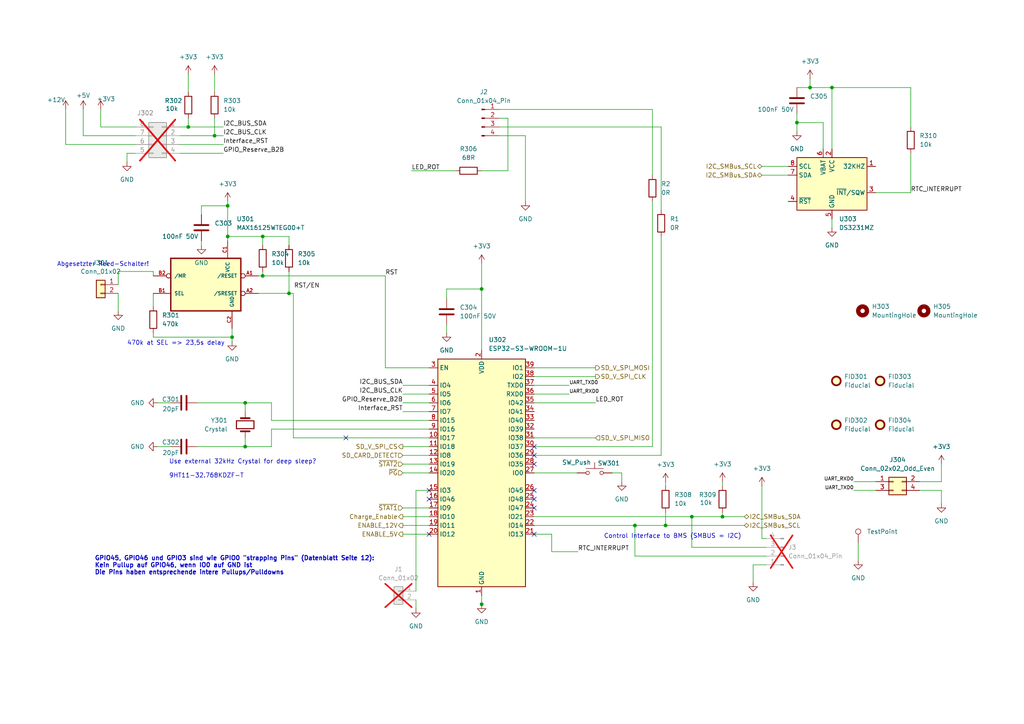
<source format=kicad_sch>
(kicad_sch (version 20250114) (generator "eeschema") (generator_version "9.0")
  (paper "A4")
  (title_block (date "2022-01-24"))
  (lib_symbols
    (symbol "Connector:Conn_01x04_Pin" (pin_names (offset 1.016) (hide yes))
      (property "Reference" "J" (at 0 5.08 0))
      (property "Value" "Conn_01x04_Pin" (at 0 -7.62 0))
      (symbol "Conn_01x04_Pin_1_1"
        (rectangle (start 0.8636 2.667) (end 0 2.413) (stroke (width 0.1524)) (fill (type outline)))
        (rectangle (start 0.8636 0.127) (end 0 -0.127) (stroke (width 0.1524)) (fill (type outline)))
        (rectangle (start 0.8636 -2.413) (end 0 -2.667) (stroke (width 0.1524)) (fill (type outline)))
        (rectangle (start 0.8636 -4.953) (end 0 -5.207) (stroke (width 0.1524)) (fill (type outline)))
        (polyline (pts (xy 1.27 2.54) (xy 0.8636 2.54)) (stroke (width 0.1524)))
        (polyline (pts (xy 1.27 0) (xy 0.8636 0)) (stroke (width 0.1524)))
        (polyline (pts (xy 1.27 -2.54) (xy 0.8636 -2.54)) (stroke (width 0.1524)))
        (polyline (pts (xy 1.27 -5.08) (xy 0.8636 -5.08)) (stroke (width 0.1524)))
        (pin passive line (at 5.08 2.54 180) (length 3.81) (name "Pin_1") (number "1"))
        (pin passive line (at 5.08 0 180) (length 3.81) (name "Pin_2") (number "2"))
        (pin passive line (at 5.08 -2.54 180) (length 3.81) (name "Pin_3") (number "3"))
        (pin passive line (at 5.08 -5.08 180) (length 3.81) (name "Pin_4") (number "4"))
      )
    )
    (symbol "Connector:TestPoint" (pin_numbers (hide yes)) (pin_names (offset 0.762) (hide yes))
      (property "Reference" "TP" (at 0 6.858 0))
      (property "Value" "TestPoint" (at 0 5.08 0))
      (symbol "TestPoint_0_1"
        (circle (center 0 3.302) (radius 0.762))
      )
      (symbol "TestPoint_1_1"
        (pin passive line (at 0 0 90) (length 2.54) (name "1") (number "1"))
      )
    )
    (symbol "Connector_Generic:Conn_01x02" (pin_names (offset 1.016) (hide yes))
      (property "Reference" "J" (at 0 2.54 0))
      (property "Value" "Conn_01x02" (at 0 -5.08 0))
      (symbol "Conn_01x02_1_1"
        (rectangle (start -1.27 1.27) (end 1.27 -3.81) (stroke (width 0.254)) (fill (type background)))
        (rectangle (start -1.27 0.127) (end 0 -0.127) (stroke (width 0.1524)))
        (rectangle (start -1.27 -2.413) (end 0 -2.667) (stroke (width 0.1524)))
        (pin passive line (at -5.08 0 0) (length 3.81) (name "Pin_1") (number "1"))
        (pin passive line (at -5.08 -2.54 0) (length 3.81) (name "Pin_2") (number "2"))
      )
    )
    (symbol "Connector_Generic:Conn_02x02_Odd_Even" (pin_names (offset 1.016) (hide yes))
      (property "Reference" "J" (at 1.27 2.54 0))
      (property "Value" "Conn_02x02_Odd_Even" (at 1.27 -5.08 0))
      (symbol "Conn_02x02_Odd_Even_1_1"
        (rectangle (start -1.27 1.27) (end 3.81 -3.81) (stroke (width 0.254)) (fill (type background)))
        (rectangle (start -1.27 0.127) (end 0 -0.127) (stroke (width 0.1524)))
        (rectangle (start -1.27 -2.413) (end 0 -2.667) (stroke (width 0.1524)))
        (rectangle (start 3.81 0.127) (end 2.54 -0.127) (stroke (width 0.1524)))
        (rectangle (start 3.81 -2.413) (end 2.54 -2.667) (stroke (width 0.1524)))
        (pin passive line (at -5.08 0 0) (length 3.81) (name "Pin_1") (number "1"))
        (pin passive line (at -5.08 -2.54 0) (length 3.81) (name "Pin_3") (number "3"))
        (pin passive line (at 7.62 0 180) (length 3.81) (name "Pin_2") (number "2"))
        (pin passive line (at 7.62 -2.54 180) (length 3.81) (name "Pin_4") (number "4"))
      )
    )
    (symbol "Connector_Generic:Conn_02x04_Counter_Clockwise" (pin_names (offset 1.016) (hide yes))
      (property "Reference" "J" (at 1.27 5.08 0))
      (property "Value" "Conn_02x04_Counter_Clockwise" (at 1.27 -7.62 0))
      (symbol "Conn_02x04_Counter_Clockwise_1_1"
        (rectangle (start -1.27 3.81) (end 3.81 -6.35) (stroke (width 0.254)) (fill (type background)))
        (rectangle (start -1.27 2.667) (end 0 2.413) (stroke (width 0.1524)))
        (rectangle (start -1.27 0.127) (end 0 -0.127) (stroke (width 0.1524)))
        (rectangle (start -1.27 -2.413) (end 0 -2.667) (stroke (width 0.1524)))
        (rectangle (start -1.27 -4.953) (end 0 -5.207) (stroke (width 0.1524)))
        (rectangle (start 3.81 2.667) (end 2.54 2.413) (stroke (width 0.1524)))
        (rectangle (start 3.81 0.127) (end 2.54 -0.127) (stroke (width 0.1524)))
        (rectangle (start 3.81 -2.413) (end 2.54 -2.667) (stroke (width 0.1524)))
        (rectangle (start 3.81 -4.953) (end 2.54 -5.207) (stroke (width 0.1524)))
        (pin passive line (at -5.08 2.54 0) (length 3.81) (name "Pin_1") (number "1"))
        (pin passive line (at -5.08 0 0) (length 3.81) (name "Pin_2") (number "2"))
        (pin passive line (at -5.08 -2.54 0) (length 3.81) (name "Pin_3") (number "3"))
        (pin passive line (at -5.08 -5.08 0) (length 3.81) (name "Pin_4") (number "4"))
        (pin passive line (at 7.62 2.54 180) (length 3.81) (name "Pin_8") (number "8"))
        (pin passive line (at 7.62 0 180) (length 3.81) (name "Pin_7") (number "7"))
        (pin passive line (at 7.62 -2.54 180) (length 3.81) (name "Pin_6") (number "6"))
        (pin passive line (at 7.62 -5.08 180) (length 3.81) (name "Pin_5") (number "5"))
      )
    )
    (symbol "Device:C" (pin_numbers (hide yes)) (pin_names (offset 0.254))
      (property "Reference" "C" (at 0.635 2.54 0))
      (property "Value" "C" (at 0.635 -2.54 0))
      (symbol "C_0_1"
        (polyline (pts (xy -2.032 0.762) (xy 2.032 0.762)) (stroke (width 0.508)))
        (polyline (pts (xy -2.032 -0.762) (xy 2.032 -0.762)) (stroke (width 0.508)))
      )
      (symbol "C_1_1"
        (pin passive line (at 0 3.81 270) (length 2.794) (name "~") (number "1"))
        (pin passive line (at 0 -3.81 90) (length 2.794) (name "~") (number "2"))
      )
    )
    (symbol "Device:Crystal" (pin_numbers (hide yes)) (pin_names (offset 1.016) (hide yes))
      (property "Reference" "Y" (at 0 3.81 0))
      (property "Value" "Crystal" (at 0 -3.81 0))
      (symbol "Crystal_0_1"
        (polyline (pts (xy -2.54 0) (xy -1.905 0)))
        (polyline (pts (xy -1.905 -1.27) (xy -1.905 1.27)) (stroke (width 0.508)))
        (rectangle (start -1.143 2.54) (end 1.143 -2.54) (stroke (width 0.3048)))
        (polyline (pts (xy 1.905 -1.27) (xy 1.905 1.27)) (stroke (width 0.508)))
        (polyline (pts (xy 2.54 0) (xy 1.905 0)))
      )
      (symbol "Crystal_1_1"
        (pin passive line (at -3.81 0 0) (length 1.27) (name "1") (number "1"))
        (pin passive line (at 3.81 0 180) (length 1.27) (name "2") (number "2"))
      )
    )
    (symbol "Device:R" (pin_numbers (hide yes)) (pin_names (offset 0))
      (property "Reference" "R" (at 2.032 0 90))
      (property "Value" "R" (at 0 0 90))
      (symbol "R_0_1"
        (rectangle (start -1.016 -2.54) (end 1.016 2.54) (stroke (width 0.254)))
      )
      (symbol "R_1_1"
        (pin passive line (at 0 3.81 270) (length 1.27) (name "~") (number "1"))
        (pin passive line (at 0 -3.81 90) (length 1.27) (name "~") (number "2"))
      )
    )
    (symbol "HER_Symbole:ESP32-S3-WROOM-1U"
      (property "Reference" "U" (at -12.7 34.29 0))
      (property "Value" "ESP32-S3-WROOM-1U" (at 1.27 34.29 0))
      (symbol "ESP32-S3-WROOM-1U_0_1"
        (rectangle (start -12.7 33.02) (end 12.7 -33.02) (stroke (width 0.254)) (fill (type background)))
      )
      (symbol "ESP32-S3-WROOM-1U_1_1"
        (pin input line (at -15.24 30.48 0) (length 2.54) (name "EN") (number "3"))
        (pin bidirectional line (at -15.24 25.4 0) (length 2.54) (name "IO4") (number "4"))
        (pin bidirectional line (at -15.24 22.86 0) (length 2.54) (name "IO5") (number "5"))
        (pin bidirectional line (at -15.24 20.32 0) (length 2.54) (name "IO6") (number "6"))
        (pin bidirectional line (at -15.24 17.78 0) (length 2.54) (name "IO7") (number "7"))
        (pin bidirectional line (at -15.24 15.24 0) (length 2.54) (name "IO15") (number "8"))
        (pin bidirectional line (at -15.24 12.7 0) (length 2.54) (name "IO16") (number "9"))
        (pin bidirectional line (at -15.24 10.16 0) (length 2.54) (name "IO17") (number "10"))
        (pin bidirectional line (at -15.24 7.62 0) (length 2.54) (name "IO18") (number "11"))
        (pin bidirectional line (at -15.24 5.08 0) (length 2.54) (name "IO8") (number "12"))
        (pin bidirectional line (at -15.24 2.54 0) (length 2.54) (name "IO19") (number "13"))
        (pin bidirectional line (at -15.24 0 0) (length 2.54) (name "IO20") (number "14"))
        (pin bidirectional line (at -15.24 -5.08 0) (length 2.54) (name "IO3") (number "15"))
        (pin bidirectional line (at -15.24 -7.62 0) (length 2.54) (name "IO46") (number "16"))
        (pin bidirectional line (at -15.24 -10.16 0) (length 2.54) (name "IO9") (number "17"))
        (pin bidirectional line (at -15.24 -12.7 0) (length 2.54) (name "IO10") (number "18"))
        (pin bidirectional line (at -15.24 -15.24 0) (length 2.54) (name "IO11") (number "19"))
        (pin bidirectional line (at -15.24 -17.78 0) (length 2.54) (name "IO12") (number "20"))
        (pin power_in line (at 0 35.56 270) (length 2.54) (name "VDD") (number "2"))
        (pin power_in line (at 0 -35.56 90) (length 2.54) (name "GND") (number "1"))
        (pin passive line (at 0 -35.56 90) (length 2.54) (hide yes) (name "GND") (number "40"))
        (pin passive line (at 0 -35.56 90) (length 2.54) (hide yes) (name "GND") (number "EPAD"))
        (pin bidirectional line (at 15.24 30.48 180) (length 2.54) (name "IO1") (number "39"))
        (pin bidirectional line (at 15.24 27.94 180) (length 2.54) (name "IO2") (number "38"))
        (pin bidirectional line (at 15.24 25.4 180) (length 2.54) (name "TXD0") (number "37"))
        (pin bidirectional line (at 15.24 22.86 180) (length 2.54) (name "RXD0") (number "36"))
        (pin bidirectional line (at 15.24 20.32 180) (length 2.54) (name "IO42") (number "35"))
        (pin bidirectional line (at 15.24 17.78 180) (length 2.54) (name "IO41") (number "34"))
        (pin bidirectional line (at 15.24 15.24 180) (length 2.54) (name "IO40") (number "33"))
        (pin bidirectional line (at 15.24 12.7 180) (length 2.54) (name "IO39") (number "32"))
        (pin bidirectional line (at 15.24 10.16 180) (length 2.54) (name "IO38") (number "31"))
        (pin bidirectional line (at 15.24 7.62 180) (length 2.54) (name "IO37") (number "30"))
        (pin bidirectional line (at 15.24 5.08 180) (length 2.54) (name "IO36") (number "29"))
        (pin bidirectional line (at 15.24 2.54 180) (length 2.54) (name "IO35") (number "28"))
        (pin bidirectional line (at 15.24 0 180) (length 2.54) (name "IO0") (number "27"))
        (pin bidirectional line (at 15.24 -5.08 180) (length 2.54) (name "IO45") (number "26"))
        (pin bidirectional line (at 15.24 -7.62 180) (length 2.54) (name "IO48") (number "25"))
        (pin bidirectional line (at 15.24 -10.16 180) (length 2.54) (name "IO47") (number "24"))
        (pin bidirectional line (at 15.24 -12.7 180) (length 2.54) (name "IO21") (number "23"))
        (pin bidirectional line (at 15.24 -15.24 180) (length 2.54) (name "IO14") (number "22"))
        (pin bidirectional line (at 15.24 -17.78 180) (length 2.54) (name "IO13") (number "21"))
      )
    )
    (symbol "MAX6071ANT25_T:MAX16124/5" (pin_names (offset 1.016))
      (property "Reference" "U?" (at 9.4997 17.78 0))
      (property "Value" "MAX16124/5" (at 9.4997 15.24 0))
      (symbol "MAX16124/5_0_0"
        (rectangle (start -10.16 -7.62) (end 10.16 7.62) (stroke (width 0.41)) (fill (type background)))
        (pin input inverted (at -15.24 2.54 0) (length 5.08) (name "/MR") (number "B2"))
        (pin input line (at -15.24 -2.54 0) (length 5.08) (name "SEL") (number "B1"))
        (pin power_in line (at 6.35 12.7 270) (length 5.08) (name "VCC") (number "C1"))
        (pin power_in line (at 7.62 -12.7 90) (length 5.08) (name "GND") (number "C2"))
        (pin output inverted (at 15.24 2.54 180) (length 5.08) (name "/RESET") (number "A1"))
        (pin output inverted (at 15.24 -2.54 180) (length 5.08) (name "/SRESET") (number "A2"))
      )
    )
    (symbol "Mechanical:Fiducial"
      (property "Reference" "FID" (at 0 5.08 0))
      (property "Value" "Fiducial" (at 0 3.175 0))
      (symbol "Fiducial_0_1"
        (circle (center 0 0) (radius 1.27) (stroke (width 0.508)) (fill (type background)))
      )
    )
    (symbol "Mechanical:MountingHole" (pin_names (offset 1.016))
      (property "Reference" "H" (at 0 5.08 0))
      (property "Value" "MountingHole" (at 0 3.175 0))
      (symbol "MountingHole_0_1"
        (circle (center 0 0) (radius 1.27) (stroke (width 1.27)))
      )
    )
    (symbol "Switch:SW_Push" (pin_numbers (hide yes)) (pin_names (offset 1.016) (hide yes))
      (property "Reference" "SW" (at 1.27 2.54 0))
      (property "Value" "SW_Push" (at 0 -1.524 0))
      (symbol "SW_Push_0_1"
        (circle (center -2.032 0) (radius 0.508))
        (polyline (pts (xy 0 1.27) (xy 0 3.048)))
        (circle (center 2.032 0) (radius 0.508))
        (polyline (pts (xy 2.54 1.27) (xy -2.54 1.27)))
        (pin passive line (at -5.08 0 0) (length 2.54) (name "1") (number "1"))
        (pin passive line (at 5.08 0 180) (length 2.54) (name "2") (number "2"))
      )
    )
    (symbol "Timer_RTC:DS3231MZ"
      (property "Reference" "U" (at -7.62 8.89 0))
      (property "Value" "DS3231MZ" (at 11.43 8.89 0))
      (symbol "DS3231MZ_0_1"
        (rectangle (start -10.16 7.62) (end 10.16 -7.62) (stroke (width 0.254)) (fill (type background)))
      )
      (symbol "DS3231MZ_1_1"
        (pin input line (at -12.7 5.08 0) (length 2.54) (name "SCL") (number "8"))
        (pin bidirectional line (at -12.7 2.54 0) (length 2.54) (name "SDA") (number "7"))
        (pin bidirectional line (at -12.7 -5.08 0) (length 2.54) (name "~{RST}") (number "4"))
        (pin power_in line (at -2.54 10.16 270) (length 2.54) (name "VBAT") (number "6"))
        (pin power_in line (at 0 10.16 270) (length 2.54) (name "VCC") (number "2"))
        (pin power_in line (at 0 -10.16 90) (length 2.54) (name "GND") (number "5"))
        (pin open_collector line (at 12.7 5.08 180) (length 2.54) (name "32KHZ") (number "1"))
        (pin open_collector line (at 12.7 -2.54 180) (length 2.54) (name "~{INT}/SQW") (number "3"))
      )
    )
    (symbol "power:+12V" (power) (pin_names (offset 0))
      (property "Value" "+12V" (at 0 3.556 0))
      (symbol "+12V_0_1"
        (polyline (pts (xy -0.762 1.27) (xy 0 2.54)))
        (polyline (pts (xy 0 2.54) (xy 0.762 1.27)))
        (polyline (pts (xy 0 0) (xy 0 2.54)))
      )
      (symbol "+12V_1_1"
        (pin power_in line (at 0 0 90) (length 0) (hide yes) (name "+12V") (number "1"))
      )
    )
    (symbol "power:+3.3V" (power) (pin_names (offset 0))
      (property "Value" "+3.3V" (at 0 3.556 0))
      (symbol "+3.3V_0_1"
        (polyline (pts (xy -0.762 1.27) (xy 0 2.54)))
        (polyline (pts (xy 0 2.54) (xy 0.762 1.27)))
        (polyline (pts (xy 0 0) (xy 0 2.54)))
      )
      (symbol "+3.3V_1_1"
        (pin power_in line (at 0 0 90) (length 0) (hide yes) (name "+3V3") (number "1"))
      )
    )
    (symbol "power:+5V" (power) (pin_names (offset 0))
      (property "Value" "+5V" (at 0 3.556 0))
      (symbol "+5V_0_1"
        (polyline (pts (xy -0.762 1.27) (xy 0 2.54)))
        (polyline (pts (xy 0 2.54) (xy 0.762 1.27)))
        (polyline (pts (xy 0 0) (xy 0 2.54)))
      )
      (symbol "+5V_1_1"
        (pin power_in line (at 0 0 90) (length 0) (hide yes) (name "+5V") (number "1"))
      )
    )
    (symbol "power:GND" (power) (pin_names (offset 0))
      (property "Value" "GND" (at 0 -3.81 0))
      (symbol "GND_0_1"
        (polyline (pts (xy 0 0) (xy 0 -1.27) (xy 1.27 -1.27) (xy 0 -2.54) (xy -1.27 -1.27) (xy 0 -1.27)))
      )
      (symbol "GND_1_1"
        (pin power_in line (at 0 0 270) (length 0) (hide yes) (name "GND") (number "1"))
      )
    )
  )
  (text "Use external 32kHz Crystal for deep sleep?\n\n9HT11-32.768KDZF-T " (at 49.022 138.811 0) (effects (font (size 1.27 1.27)) (justify left bottom)))
  (text "470k at SEL => 23,5s delay" (at 36.83 100.33 0) (effects (font (size 1.27 1.27)) (justify left bottom)))
  (text "Control Interface to BMS (SMBUS = I2C)" (at 175.133 156.337 0) (effects (font (size 1.27 1.27)) (justify left bottom)))
  (text "GPIO45, GPIO46 und GPIO3 sind wie GPIO0 \"strapping Pins\" (Datenblatt Seite 12):\nKein Pullup auf GPIO46, wenn IO0 auf GND ist\nDie Pins haben entsprechende intere Pullups/Pulldowns \n" (at 27.432 166.878 0) (effects (font (size 1.27 1.27) (thickness 0.254) (bold yes)) (justify left bottom)))
  (text "Abgesetzter Reed-Schalter!" (at 16.51 77.47 0) (effects (font (size 1.27 1.27)) (justify left bottom)))
  (junction (at 71.12 129.54))
  (junction (at 234.95 25.4))
  (junction (at 139.7 83.82))
  (junction (at 231.14 35.56))
  (junction (at 67.31 97.79))
  (junction (at 184.15 152.4))
  (junction (at 193.04 152.4))
  (junction (at 200.66 149.86))
  (junction (at 76.2 80.01))
  (junction (at 76.2 68.58))
  (junction (at 62.23 39.37))
  (junction (at 139.7 175.26))
  (junction (at 83.82 85.09))
  (junction (at 71.12 116.84))
  (junction (at 54.61 36.83))
  (junction (at 66.04 68.58))
  (junction (at 209.55 149.86))
  (junction (at 66.04 59.69))
  (junction (at 241.3 25.4))
  (no_connect (at 124.46 154.94))
  (no_connect (at 100.33 127))
  (no_connect (at 154.94 134.62))
  (no_connect (at 154.94 132.08))
  (no_connect (at 154.94 129.54))
  (no_connect (at 154.94 154.94))
  (no_connect (at 154.94 147.32))
  (no_connect (at 154.94 144.78))
  (no_connect (at 154.94 142.24))
  (no_connect (at 124.46 142.24))
  (no_connect (at 124.46 144.78))
  (wire (pts (xy 218.44 168.91) (xy 218.44 163.83)))
  (wire (pts (xy 71.12 116.84) (xy 57.15 116.84)))
  (wire (pts (xy 264.16 36.83) (xy 264.16 25.4)))
  (wire (pts (xy 129.54 94.234) (xy 129.54 96.52)))
  (wire (pts (xy 71.12 116.84) (xy 78.74 116.84)))
  (wire (pts (xy 62.23 34.29) (xy 62.23 39.37)))
  (wire (pts (xy 54.61 36.83) (xy 64.77 36.83)))
  (wire (pts (xy 116.84 116.84) (xy 124.46 116.84)))
  (wire (pts (xy 39.37 44.45) (xy 36.83 44.45)))
  (wire (pts (xy 247.65 139.7) (xy 254 139.7)))
  (wire (pts (xy 231.14 35.56) (xy 231.14 38.1)))
  (wire (pts (xy 222.25 156.21) (xy 220.98 156.21)))
  (wire (pts (xy 191.77 132.08) (xy 154.94 132.08)))
  (wire (pts (xy 180.34 137.16) (xy 180.34 139.7)))
  (wire (pts (xy 193.04 148.59) (xy 193.04 152.4)))
  (wire (pts (xy 238.76 35.56) (xy 231.14 35.56)))
  (wire (pts (xy 193.04 139.827) (xy 193.04 140.97)))
  (wire (pts (xy 83.82 78.74) (xy 83.82 85.09)))
  (wire (pts (xy 220.98 156.21) (xy 220.98 140.97)))
  (wire (pts (xy 24.13 31.75) (xy 24.13 39.37)))
  (wire (pts (xy 67.31 97.79) (xy 67.31 99.06)))
  (wire (pts (xy 154.94 114.3) (xy 165.1 114.3)))
  (wire (pts (xy 209.55 139.7) (xy 209.55 140.97)))
  (wire (pts (xy 184.15 161.29) (xy 184.15 152.4)))
  (wire (pts (xy 154.94 111.76) (xy 165.1 111.76)))
  (wire (pts (xy 34.29 78.74) (xy 34.29 82.55)))
  (wire (pts (xy 220.98 50.8) (xy 228.6 50.8)))
  (wire (pts (xy 189.23 129.54) (xy 154.94 129.54)))
  (wire (pts (xy 191.77 68.58) (xy 191.77 132.08)))
  (wire (pts (xy 247.65 142.24) (xy 254 142.24)))
  (wire (pts (xy 52.07 41.91) (xy 64.77 41.91)))
  (wire (pts (xy 154.94 127) (xy 172.72 127)))
  (wire (pts (xy 76.2 80.01) (xy 74.93 80.01)))
  (wire (pts (xy 144.78 36.83) (xy 191.77 36.83)))
  (wire (pts (xy 71.12 129.54) (xy 57.15 129.54)))
  (wire (pts (xy 129.54 83.82) (xy 129.54 86.614)))
  (wire (pts (xy 58.42 59.69) (xy 66.04 59.69)))
  (wire (pts (xy 119.38 49.53) (xy 132.08 49.53)))
  (wire (pts (xy 154.94 106.68) (xy 172.72 106.68)))
  (wire (pts (xy 71.12 127) (xy 71.12 129.54)))
  (wire (pts (xy 44.45 85.09) (xy 44.45 88.9)))
  (wire (pts (xy 209.55 149.86) (xy 215.9 149.86)))
  (wire (pts (xy 49.53 116.84) (xy 45.72 116.84)))
  (wire (pts (xy 154.94 109.22) (xy 172.72 109.22)))
  (wire (pts (xy 52.07 39.37) (xy 62.23 39.37)))
  (wire (pts (xy 116.84 132.08) (xy 124.46 132.08)))
  (wire (pts (xy 66.04 58.42) (xy 66.04 59.69)))
  (wire (pts (xy 85.09 127) (xy 124.46 127)))
  (wire (pts (xy 154.94 149.86) (xy 200.66 149.86)))
  (wire (pts (xy 116.84 149.86) (xy 124.46 149.86)))
  (wire (pts (xy 116.84 154.94) (xy 124.46 154.94)))
  (wire (pts (xy 152.4 39.37) (xy 144.78 39.37)))
  (wire (pts (xy 129.54 83.82) (xy 139.7 83.82)))
  (wire (pts (xy 58.42 69.85) (xy 58.42 71.12)))
  (wire (pts (xy 266.7 142.24) (xy 273.05 142.24)))
  (wire (pts (xy 76.2 68.58) (xy 83.82 68.58)))
  (wire (pts (xy 76.2 71.12) (xy 76.2 68.58)))
  (wire (pts (xy 238.76 43.18) (xy 238.76 35.56)))
  (wire (pts (xy 52.07 44.45) (xy 64.77 44.45)))
  (wire (pts (xy 78.74 124.46) (xy 124.46 124.46)))
  (wire (pts (xy 83.82 71.12) (xy 83.82 68.58)))
  (wire (pts (xy 49.53 129.54) (xy 45.72 129.54)))
  (wire (pts (xy 266.7 139.7) (xy 273.05 139.7)))
  (wire (pts (xy 231.14 33.02) (xy 231.14 35.56)))
  (wire (pts (xy 189.23 58.42) (xy 189.23 129.54)))
  (wire (pts (xy 83.82 85.09) (xy 85.09 85.09)))
  (wire (pts (xy 54.61 34.29) (xy 54.61 36.83)))
  (wire (pts (xy 154.94 152.4) (xy 184.15 152.4)))
  (wire (pts (xy 120.65 171.45) (xy 120.65 142.24)))
  (wire (pts (xy 154.94 154.94) (xy 160.02 154.94)))
  (wire (pts (xy 116.84 114.3) (xy 124.46 114.3)))
  (wire (pts (xy 116.84 111.76) (xy 124.46 111.76)))
  (wire (pts (xy 71.12 129.54) (xy 78.74 129.54)))
  (wire (pts (xy 200.66 158.75) (xy 200.66 149.86)))
  (wire (pts (xy 160.02 154.94) (xy 160.02 160.02)))
  (wire (pts (xy 58.42 62.23) (xy 58.42 59.69)))
  (wire (pts (xy 116.84 137.16) (xy 124.46 137.16)))
  (wire (pts (xy 152.4 58.42) (xy 152.4 39.37)))
  (wire (pts (xy 85.09 85.09) (xy 85.09 127)))
  (wire (pts (xy 139.7 76.454) (xy 139.7 83.82)))
  (wire (pts (xy 234.95 22.86) (xy 234.95 25.4)))
  (wire (pts (xy 111.76 80.01) (xy 76.2 80.01)))
  (wire (pts (xy 160.02 160.02) (xy 167.64 160.02)))
  (wire (pts (xy 19.05 41.91) (xy 39.37 41.91)))
  (wire (pts (xy 144.78 31.75) (xy 189.23 31.75)))
  (wire (pts (xy 62.23 21.59) (xy 62.23 26.67)))
  (wire (pts (xy 116.84 152.4) (xy 124.46 152.4)))
  (wire (pts (xy 66.04 68.58) (xy 76.2 68.58)))
  (wire (pts (xy 78.74 116.84) (xy 78.74 121.92)))
  (wire (pts (xy 116.84 134.62) (xy 124.46 134.62)))
  (wire (pts (xy 189.23 31.75) (xy 189.23 50.8)))
  (wire (pts (xy 34.29 85.09) (xy 34.29 90.17)))
  (wire (pts (xy 139.7 49.53) (xy 147.32 49.53)))
  (wire (pts (xy 264.16 55.88) (xy 254 55.88)))
  (wire (pts (xy 116.84 129.54) (xy 124.46 129.54)))
  (wire (pts (xy 222.25 161.29) (xy 184.15 161.29)))
  (wire (pts (xy 44.45 97.79) (xy 44.45 96.52)))
  (wire (pts (xy 241.3 63.5) (xy 241.3 66.04)))
  (wire (pts (xy 124.46 121.92) (xy 78.74 121.92)))
  (wire (pts (xy 191.77 36.83) (xy 191.77 60.96)))
  (wire (pts (xy 52.07 36.83) (xy 54.61 36.83)))
  (wire (pts (xy 29.21 36.83) (xy 39.37 36.83)))
  (wire (pts (xy 184.15 152.4) (xy 193.04 152.4)))
  (wire (pts (xy 147.32 34.29) (xy 144.78 34.29)))
  (wire (pts (xy 120.65 142.24) (xy 124.46 142.24)))
  (wire (pts (xy 154.94 137.16) (xy 167.386 137.16)))
  (wire (pts (xy 62.23 39.37) (xy 64.77 39.37)))
  (wire (pts (xy 231.14 25.4) (xy 234.95 25.4)))
  (wire (pts (xy 116.84 147.32) (xy 124.46 147.32)))
  (wire (pts (xy 154.94 116.84) (xy 172.72 116.84)))
  (wire (pts (xy 44.45 78.74) (xy 44.45 80.01)))
  (wire (pts (xy 200.66 149.86) (xy 209.55 149.86)))
  (wire (pts (xy 241.3 43.18) (xy 241.3 25.4)))
  (wire (pts (xy 74.93 85.09) (xy 83.82 85.09)))
  (wire (pts (xy 44.45 97.79) (xy 67.31 97.79)))
  (wire (pts (xy 54.61 21.59) (xy 54.61 26.67)))
  (wire (pts (xy 147.32 49.53) (xy 147.32 34.29)))
  (wire (pts (xy 234.95 25.4) (xy 241.3 25.4)))
  (wire (pts (xy 209.55 148.59) (xy 209.55 149.86)))
  (wire (pts (xy 264.16 44.45) (xy 264.16 55.88)))
  (wire (pts (xy 139.7 172.72) (xy 139.7 175.26)))
  (wire (pts (xy 241.3 25.4) (xy 264.16 25.4)))
  (wire (pts (xy 139.7 83.82) (xy 139.7 101.6)))
  (wire (pts (xy 177.546 137.16) (xy 180.34 137.16)))
  (wire (pts (xy 19.05 31.75) (xy 19.05 41.91)))
  (wire (pts (xy 116.84 119.38) (xy 124.46 119.38)))
  (wire (pts (xy 78.74 129.54) (xy 78.74 124.46)))
  (wire (pts (xy 76.2 78.74) (xy 76.2 80.01)))
  (wire (pts (xy 120.65 173.99) (xy 120.65 176.53)))
  (wire (pts (xy 218.44 163.83) (xy 222.25 163.83)))
  (wire (pts (xy 34.29 78.74) (xy 44.45 78.74)))
  (wire (pts (xy 193.04 152.4) (xy 215.9 152.4)))
  (wire (pts (xy 139.7 175.26) (xy 139.7 175.387)))
  (wire (pts (xy 273.05 134.62) (xy 273.05 139.7)))
  (wire (pts (xy 248.92 162.56) (xy 248.92 157.48)))
  (wire (pts (xy 222.25 158.75) (xy 200.66 158.75)))
  (wire (pts (xy 273.05 142.24) (xy 273.05 146.05)))
  (wire (pts (xy 67.31 95.25) (xy 67.31 97.79)))
  (wire (pts (xy 71.12 116.84) (xy 71.12 119.38)))
  (wire (pts (xy 111.76 106.68) (xy 124.46 106.68)))
  (wire (pts (xy 220.98 48.26) (xy 228.6 48.26)))
  (wire (pts (xy 29.21 31.75) (xy 29.21 36.83)))
  (wire (pts (xy 36.83 44.45) (xy 36.83 46.99)))
  (wire (pts (xy 66.04 59.69) (xy 66.04 68.58)))
  (wire (pts (xy 24.13 39.37) (xy 39.37 39.37)))
  (wire (pts (xy 111.76 106.68) (xy 111.76 80.01)))
  (wire (pts (xy 66.04 68.58) (xy 66.04 69.85)))
  (label "GPIO_Reserve_B2B" (at 116.84 116.84 180))
  (label "I2C_BUS_SDA" (at 116.84 111.76 180))
  (label "UART_TXD0" (at 247.65 142.24 180) (effects (font (size 1.016 1.016))))
  (label "Interface_RST" (at 116.84 119.38 180))
  (label "RST" (at 111.76 80.01 0))
  (label "RST{slash}EN" (at 92.71 83.82 180))
  (label "I2C_BUS_CLK" (at 64.77 39.37 0))
  (label "UART_RXD0" (at 247.65 139.7 180) (effects (font (size 1.016 1.016))))
  (label "LED_ROT" (at 172.72 116.84 0))
  (label "RTC_INTERRUPT" (at 167.64 160.02 0))
  (label "I2C_BUS_SDA" (at 64.77 36.83 0))
  (label "UART_RXD0" (at 165.1 114.3 0) (effects (font (size 1.016 1.016))))
  (label "LED_ROT" (at 119.38 49.53 0))
  (label "UART_TXD0" (at 165.1 111.76 0) (effects (font (size 1.016 1.016))))
  (label "Interface_RST" (at 64.77 41.91 0))
  (label "GPIO_Reserve_B2B" (at 64.77 44.45 0))
  (label "RTC_INTERRUPT" (at 264.16 55.88 0))
  (label "I2C_BUS_CLK" (at 116.84 114.3 180))
  (hierarchical_label "I2C_SMBus_SDA" (shape bidirectional) (at 220.98 50.8 180))
  (hierarchical_label "I2C_SMBus_SCL" (shape bidirectional) (at 215.9 152.4 0))
  (hierarchical_label "ENABLE_12V" (shape output) (at 116.84 152.4 180))
  (hierarchical_label "Charge_Enable" (shape output) (at 116.84 149.86 180))
  (hierarchical_label "~{STAT1}" (shape input) (at 116.84 147.32 180))
  (hierarchical_label "ENABLE_5V" (shape output) (at 116.84 154.94 180))
  (hierarchical_label "SD_V_SPI_MISO" (shape input) (at 172.72 127 0))
  (hierarchical_label "~{PG}" (shape input) (at 116.84 137.16 180))
  (hierarchical_label "SD_V_SPI_CS" (shape output) (at 116.84 129.54 180))
  (hierarchical_label "~{STAT2}" (shape input) (at 116.84 134.62 180))
  (hierarchical_label "SD_CARD_DETECT" (shape input) (at 116.84 132.08 180))
  (hierarchical_label "I2C_SMBus_SDA" (shape bidirectional) (at 215.9 149.86 0))
  (hierarchical_label "I2C_SMBus_SCL" (shape bidirectional) (at 220.98 48.26 180))
  (hierarchical_label "SD_V_SPI_MOSI" (shape output) (at 172.72 106.68 0))
  (hierarchical_label "SD_V_SPI_CLK" (shape output) (at 172.72 109.22 0))
  (symbol (lib_id "Switch:SW_Push") (at 172.466 137.16 0) (unit 1)
    (property "Reference" "SW301" (at 179.832 134.366 0) (effects (justify right)))
    (property "Value" "SW_Push" (at 171.45 134.112 0) (effects (justify right)))
    (property "Footprint" "Button_Switch_SMD:SW_SPST_B3U-1000P" (effects (hide yes)))
    (property "eurocircuits_MPN" "B3U-1000P" (effects (hide yes)))
  )
  (symbol (lib_id "Device:R") (at 193.04 144.78 0) (unit 1)
    (property "Reference" "R308" (at 195.58 143.5099 0) (effects (justify left)))
    (property "Value" "10k" (at 195.58 146.0499 0) (effects (justify left)))
    (property "Footprint" "Resistor_SMD:R_0603_1608Metric" (effects (hide yes)))
    (property "eurocircuits_MPN" "MCWR06X1002FTL" (effects (hide yes)))
  )
  (symbol (lib_id "Device:R") (at 83.82 74.93 0) (unit 1)
    (property "Reference" "R305" (at 86.36 73.6599 0) (effects (justify left)))
    (property "Value" "10k" (at 86.36 76.1999 0) (effects (justify left)))
    (property "Footprint" "Resistor_SMD:R_0603_1608Metric" (effects (hide yes)))
    (property "eurocircuits_MPN" "MCWR06X1002FTL" (effects (hide yes)))
  )
  (symbol (lib_id "power:GND") (at 120.65 176.53 0) (unit 1)
    (property "Reference" "#PWR01" (effects (hide yes)))
    (property "Value" "GND" (at 120.65 181.61 0))
  )
  (symbol (lib_id "Device:R") (at 264.16 40.64 0) (unit 1)
    (property "Reference" "R310" (at 266.7 39.3699 0) (effects (justify left)))
    (property "Value" "10k" (at 266.7 41.9099 0) (effects (justify left)))
    (property "Footprint" "Resistor_SMD:R_0603_1608Metric" (effects (hide yes)))
    (property "eurocircuits_MPN" "MCWR06X1002FTL" (effects (hide yes)))
  )
  (symbol (lib_id "Connector_Generic:Conn_01x02") (at 29.21 82.55 0) (mirror y) (unit 1)
    (property "Reference" "J301" (at 29.21 76.2 0))
    (property "Value" "Conn_01x02" (at 29.21 78.74 0))
    (property "Footprint" "Connector_Molex:Molex_PicoBlade_53047-0210_1x02_P1.25mm_Vertical" (effects (hide yes)))
    (property "eurocircuits_MPN" "53047-0210" (effects (hide yes)))
  )
  (symbol (lib_id "power:GND") (at 180.34 139.7 0) (unit 1)
    (property "Reference" "#PWR0318" (effects (hide yes)))
    (property "Value" "GND" (at 180.34 144.78 0))
  )
  (symbol (lib_id "Device:C") (at 53.34 129.54 270) (mirror x) (unit 1)
    (property "Reference" "C302" (at 49.53 128.27 90))
    (property "Value" "20pF" (at 49.53 131.318 90))
    (property "Footprint" "Capacitor_SMD:C_0603_1608Metric" (effects (hide yes)))
    (property "eurocircuits_MPN" "CL10C200JB8NNNC" (effects (hide yes)))
  )
  (symbol (lib_id "power:GND") (at 273.05 146.05 0) (unit 1)
    (property "Reference" "#PWR0326" (effects (hide yes)))
    (property "Value" "GND" (at 273.05 151.13 0))
  )
  (symbol (lib_id "power:+12V") (at 19.05 31.75 0) (unit 1)
    (property "Reference" "#PWR0301" (effects (hide yes)))
    (property "Value" "+12V" (at 16.256 28.956 0))
  )
  (symbol (lib_id "Device:R") (at 189.23 54.61 0) (unit 1)
    (property "Reference" "R2" (at 191.77 53.3399 0) (effects (justify left)))
    (property "Value" "0R" (at 191.77 55.8799 0) (effects (justify left)))
    (property "Footprint" "Resistor_SMD:R_0603_1608Metric" (effects (hide yes)))
    (property "eurocircuits_MPN" "GPR06030R" (effects (hide yes)))
  )
  (symbol (lib_id "Connector:Conn_01x04_Pin") (at 139.7 34.29 0) (unit 1)
    (property "Reference" "J2" (at 140.335 26.67 0))
    (property "Value" "Conn_01x04_Pin" (at 140.335 29.21 0))
    (property "Footprint" "Connector_Molex:Molex_PicoBlade_53047-0410_1x04_P1.25mm_Vertical" (effects (hide yes)))
    (property "Description" "Generic connector, single row, 01x04, script generated" (effects (hide yes)))
    (property "eurocircuits_MPN" "53047-0410" (effects (hide yes)))
  )
  (symbol (lib_id "power:GND") (at 36.83 46.99 0) (unit 1)
    (property "Reference" "#PWR0305" (effects (hide yes)))
    (property "Value" "GND" (at 36.83 52.07 0))
  )
  (symbol (lib_id "Device:C") (at 129.54 90.424 0) (unit 1)
    (property "Reference" "C304" (at 133.35 89.1539 0) (effects (justify left)))
    (property "Value" "100nF 50V" (at 133.35 91.6939 0) (effects (justify left)))
    (property "Footprint" "Capacitor_SMD:C_0603_1608Metric" (effects (hide yes)))
    (property "eurocircuits_MPN" "885012206095" (effects (hide yes)))
  )
  (symbol (lib_id "Device:R") (at 62.23 30.48 0) (unit 1)
    (property "Reference" "R303" (at 64.77 29.2099 0) (effects (justify left)))
    (property "Value" "10k" (at 64.77 31.7499 0) (effects (justify left)))
    (property "Footprint" "Resistor_SMD:R_0603_1608Metric" (effects (hide yes)))
    (property "eurocircuits_MPN" "MCWR06X1002FTL" (effects (hide yes)))
  )
  (symbol (lib_id "power:GND") (at 218.44 168.91 0) (unit 1)
    (property "Reference" "#PWR02" (effects (hide yes)))
    (property "Value" "GND" (at 218.44 173.99 0))
  )
  (symbol (lib_id "power:+3.3V") (at 66.04 58.42 0) (unit 1)
    (property "Reference" "#PWR0311" (effects (hide yes)))
    (property "Value" "+3V3" (at 66.04 53.34 0))
  )
  (symbol (lib_id "HER_Symbole:ESP32-S3-WROOM-1U") (at 139.7 137.16 0) (unit 1)
    (property "Reference" "U302" (at 141.7194 98.552 0) (effects (justify left)))
    (property "Value" "ESP32-S3-WROOM-1U" (at 141.7194 101.092 0) (effects (justify left)))
    (property "Footprint" "HER_Footprints:ESP32-S3-WROOM-1U" (effects (hide yes)))
    (property "Datasheet" "https://www.espressif.com/sites/default/files/documentation/esp32-wroom-32d_esp32-wroom-32u_datasheet_en.pdf" (effects (hide yes)))
    (property "eurocircuits_MPN" "ESP32-S3-WROOM-1U-N16R8" (effects (hide yes)))
  )
  (symbol (lib_id "power:GND") (at 129.54 96.52 0) (unit 1)
    (property "Reference" "#PWR0313" (effects (hide yes)))
    (property "Value" "GND" (at 129.54 101.6 0))
  )
  (symbol (lib_id "Connector:TestPoint") (at 248.92 157.48 0) (unit 1)
    (property "Reference" "TP303" (effects (hide yes)))
    (property "Value" "TestPoint" (at 251.46 154.1779 0) (effects (justify left)))
    (property "Footprint" "TestPoint:TestPoint_Pad_D1.0mm" (effects (hide yes)))
  )
  (symbol (lib_id "Device:R") (at 209.55 144.78 0) (unit 1)
    (property "Reference" "R309" (at 202.692 143.51 0) (effects (justify left)))
    (property "Value" "10k" (at 202.946 145.796 0) (effects (justify left)))
    (property "Footprint" "Resistor_SMD:R_0603_1608Metric" (effects (hide yes)))
    (property "eurocircuits_MPN" "MCWR06X1002FTL" (effects (hide yes)))
  )
  (symbol (lib_id "Device:R") (at 135.89 49.53 90) (unit 1)
    (property "Reference" "R306" (at 135.89 43.18 90))
    (property "Value" "68R" (at 135.89 45.72 90))
    (property "Footprint" "Resistor_SMD:R_0603_1608Metric" (effects (hide yes)))
    (property "eurocircuits_MPN" "GPR060368R" (effects (hide yes)))
  )
  (symbol (lib_id "power:+3.3V") (at 54.61 21.59 0) (unit 1)
    (property "Reference" "#PWR0308" (effects (hide yes)))
    (property "Value" "+3V3" (at 54.61 16.51 0))
  )
  (symbol (lib_id "power:+3.3V") (at 29.21 31.75 0) (unit 1)
    (property "Reference" "#PWR0303" (effects (hide yes)))
    (property "Value" "+3V3" (at 30.734 28.702 0))
  )
  (symbol (lib_id "Device:R") (at 44.45 92.71 0) (unit 1)
    (property "Reference" "R301" (at 46.99 91.4399 0) (effects (justify left)))
    (property "Value" "470k" (at 46.99 93.9799 0) (effects (justify left)))
    (property "Footprint" "Resistor_SMD:R_0603_1608Metric" (effects (hide yes)))
    (property "eurocircuits_MPN" "GPR0603470K" (effects (hide yes)))
  )
  (symbol (lib_id "Device:R") (at 191.77 64.77 0) (unit 1)
    (property "Reference" "R1" (at 194.31 63.4999 0) (effects (justify left)))
    (property "Value" "0R" (at 194.31 66.0399 0) (effects (justify left)))
    (property "Footprint" "Resistor_SMD:R_0603_1608Metric" (effects (hide yes)))
    (property "eurocircuits_MPN" "GPR06030R" (effects (hide yes)))
  )
  (symbol (lib_id "Device:R") (at 76.2 74.93 0) (unit 1)
    (property "Reference" "R304" (at 78.74 73.6599 0) (effects (justify left)))
    (property "Value" "10k" (at 78.74 76.1999 0) (effects (justify left)))
    (property "Footprint" "Resistor_SMD:R_0603_1608Metric" (effects (hide yes)))
    (property "eurocircuits_MPN" "MCWR06X1002FTL" (effects (hide yes)))
  )
  (symbol (lib_id "Device:R") (at 54.61 30.48 0) (unit 1)
    (property "Reference" "R302" (at 47.752 29.21 0) (effects (justify left)))
    (property "Value" "10k" (at 48.006 31.496 0) (effects (justify left)))
    (property "Footprint" "Resistor_SMD:R_0603_1608Metric" (effects (hide yes)))
    (property "eurocircuits_MPN" "MCWR06X1002FTL" (effects (hide yes)))
  )
  (symbol (lib_id "Mechanical:MountingHole") (at 267.97 90.17 0) (unit 1)
    (property "Reference" "H305" (at 270.637 88.8999 0) (effects (justify left)))
    (property "Value" "MountingHole" (at 270.637 91.4399 0) (effects (justify left)))
    (property "Footprint" "MountingHole:MountingHole_3.2mm_M3_ISO7380" (effects (hide yes)))
  )
  (symbol (lib_id "power:GND") (at 45.72 116.84 270) (mirror x) (unit 1)
    (property "Reference" "#PWR0306" (effects (hide yes)))
    (property "Value" "GND" (at 41.91 116.8399 90) (effects (justify right)))
  )
  (symbol (lib_id "Connector_Generic:Conn_02x02_Odd_Even") (at 259.08 139.7 0) (unit 1)
    (property "Reference" "J304" (at 260.35 133.35 0))
    (property "Value" "Conn_02x02_Odd_Even" (at 260.35 135.89 0))
    (property "Footprint" "Connector_PinHeader_2.54mm:PinHeader_2x02_P2.54mm_Vertical" (effects (hide yes)))
    (property "eurocircuits_MPN" "61300421121" (effects (hide yes)))
  )
  (symbol (lib_id "power:GND") (at 67.31 99.06 0) (unit 1)
    (property "Reference" "#PWR0312" (effects (hide yes)))
    (property "Value" "GND" (at 67.31 104.14 0))
  )
  (symbol (lib_id "power:GND") (at 58.42 71.12 0) (unit 1)
    (property "Reference" "#PWR0309" (effects (hide yes)))
    (property "Value" "GND" (at 58.42 76.2 0))
  )
  (symbol (lib_id "power:+3.3V") (at 62.23 21.59 0) (unit 1)
    (property "Reference" "#PWR0310" (effects (hide yes)))
    (property "Value" "+3V3" (at 62.23 16.51 0))
  )
  (symbol (lib_id "power:+5V") (at 24.13 31.75 0) (unit 1)
    (property "Reference" "#PWR0302" (effects (hide yes)))
    (property "Value" "+5V" (at 24.13 27.686 0))
  )
  (symbol (lib_id "power:+3.3V") (at 139.7 76.454 0) (unit 1)
    (property "Reference" "#PWR0314" (effects (hide yes)))
    (property "Value" "+3V3" (at 139.7 71.374 0))
  )
  (symbol (lib_id "power:GND") (at 34.29 90.17 0) (unit 1)
    (property "Reference" "#PWR0304" (effects (hide yes)))
    (property "Value" "GND" (at 34.29 95.25 0))
  )
  (symbol (lib_id "Timer_RTC:DS3231MZ") (at 241.3 53.34 0) (unit 1)
    (property "Reference" "U303" (at 243.3194 63.5 0) (effects (justify left)))
    (property "Value" "DS3231MZ" (at 243.3194 66.04 0) (effects (justify left)))
    (property "Footprint" "Package_SO:SOIC-8_3.9x4.9mm_P1.27mm" (effects (hide yes)))
    (property "Datasheet" "http://datasheets.maximintegrated.com/en/ds/DS3231M.pdf" (effects (hide yes)))
    (property "eurocircuits_MPN" "DS3231MZ+" (effects (hide yes)))
  )
  (symbol (lib_id "power:+3.3V") (at 234.95 22.86 0) (unit 1)
    (property "Reference" "#PWR0322" (effects (hide yes)))
    (property "Value" "+3V3" (at 234.95 17.78 0))
  )
  (symbol (lib_id "power:+3.3V") (at 193.04 139.827 0) (unit 1)
    (property "Reference" "#PWR0319" (effects (hide yes)))
    (property "Value" "+3V3" (at 193.04 134.747 0))
  )
  (symbol (lib_id "Connector_Generic:Conn_01x02") (at 115.57 171.45 0) (mirror y) (unit 1) (dnp yes)
    (property "Reference" "J1" (at 115.57 165.1 0))
    (property "Value" "Conn_01x02" (at 115.57 167.64 0))
    (property "Footprint" "Connector_Molex:Molex_PicoBlade_53047-0210_1x02_P1.25mm_Vertical" (effects (hide yes)))
    (property "eurocircuits_MPN" "53047-0210" (effects (hide yes)))
  )
  (symbol (lib_id "Mechanical:Fiducial") (at 242.57 123.19 0) (unit 1)
    (property "Reference" "FID302" (at 244.856 121.9199 0) (effects (justify left)))
    (property "Value" "Fiducial" (at 244.856 124.4599 0) (effects (justify left)))
    (property "Footprint" "Sonstiges:Passmarke" (effects (hide yes)))
  )
  (symbol (lib_id "Device:C") (at 231.14 29.21 0) (unit 1)
    (property "Reference" "C305" (at 234.95 27.9399 0) (effects (justify left)))
    (property "Value" "100nF 50V" (at 219.71 31.75 0) (effects (justify left)))
    (property "Footprint" "Capacitor_SMD:C_0603_1608Metric" (effects (hide yes)))
    (property "eurocircuits_MPN" "885012206095" (effects (hide yes)))
  )
  (symbol (lib_id "power:+3.3V") (at 273.05 134.62 0) (unit 1)
    (property "Reference" "#PWR0325" (effects (hide yes)))
    (property "Value" "+3V3" (at 273.05 129.54 0))
  )
  (symbol (lib_id "Device:C") (at 53.34 116.84 270) (mirror x) (unit 1)
    (property "Reference" "C301" (at 49.53 115.824 90))
    (property "Value" "20pF" (at 49.53 118.618 90))
    (property "Footprint" "Capacitor_SMD:C_0603_1608Metric" (effects (hide yes)))
    (property "eurocircuits_MPN" "CL10C200JB8NNNC" (effects (hide yes)))
  )
  (symbol (lib_id "MAX6071ANT25_T:MAX16124/5") (at 59.69 82.55 0) (unit 1)
    (property "Reference" "U301" (at 68.58 63.5 0) (effects (justify left)))
    (property "Value" "MAX16125WTEG00+T" (at 68.58 66.04 0) (effects (justify left)))
    (property "Footprint" "MAX6071ANT25_T:WLP-6" (effects (hide yes)))
    (property "Description" "Series Voltage Reference IC Fixed 2.5V V ±0.1% 10 mA 6-WLP (1.42x0.78)" (effects (hide yes)))
    (property "MF" "Maxim Integrated Products" (effects (hide yes)))
    (property "DESCRIPTION" "Series Voltage Reference IC ±0.1% 6-WLP _1.42x0.78_" (effects (hide yes)))
    (property "PACKAGE" "WLP-6 Maxim" (effects (hide yes)))
    (property "PRICE" "None" (effects (hide yes)))
    (property "Package" "None" (effects (hide yes)))
    (property "Check_prices" "https://www.snapeda.com/parts/MAX6071ANT25+T/Analog+Devices/view-part/?ref=eda" (effects (hide yes)))
    (property "Price" "None" (effects (hide yes)))
    (property "SnapEDA_Link" "https://www.snapeda.com/parts/MAX6071ANT25+T/Analog+Devices/view-part/?ref=snap" (effects (hide yes)))
    (property "MP" "MAX6071ANT25+T" (effects (hide yes)))
    (property "Availability" "In Stock" (effects (hide yes)))
    (property "AVAILABILITY" "Unavailable" (effects (hide yes)))
    (property "eurocircuits_MPN" "MAX16125WTEG00+T" (effects (hide yes)))
  )
  (symbol (lib_id "power:GND") (at 139.7 175.26 0) (unit 1)
    (property "Reference" "#PWR0315" (effects (hide yes)))
    (property "Value" "GND" (at 139.7 180.34 0))
  )
  (symbol (lib_id "Mechanical:Fiducial") (at 242.57 110.49 0) (unit 1)
    (property "Reference" "FID301" (at 244.856 109.2199 0) (effects (justify left)))
    (property "Value" "Fiducial" (at 244.856 111.7599 0) (effects (justify left)))
    (property "Footprint" "Sonstiges:Passmarke" (effects (hide yes)))
  )
  (symbol (lib_id "power:GND") (at 45.72 129.54 270) (mirror x) (unit 1)
    (property "Reference" "#PWR0307" (effects (hide yes)))
    (property "Value" "GND" (at 41.91 129.5399 90) (effects (justify right)))
  )
  (symbol (lib_id "Mechanical:Fiducial") (at 255.27 123.19 0) (unit 1)
    (property "Reference" "FID304" (at 257.556 121.9199 0) (effects (justify left)))
    (property "Value" "Fiducial" (at 257.556 124.4599 0) (effects (justify left)))
    (property "Footprint" "Sonstiges:Passmarke" (effects (hide yes)))
  )
  (symbol (lib_id "Connector:Conn_01x04_Pin") (at 227.33 161.29 180) (unit 1) (dnp yes)
    (property "Reference" "J3" (at 228.6 158.7499 0) (effects (justify right)))
    (property "Value" "Conn_01x04_Pin" (at 228.6 161.2899 0) (effects (justify right)))
    (property "Footprint" "Connector_Molex:Molex_PicoBlade_53047-0410_1x04_P1.25mm_Vertical" (effects (hide yes)))
    (property "Description" "Generic connector, single row, 01x04, script generated" (effects (hide yes)))
    (property "eurocircuits_MPN" "53047-0410" (effects (hide yes)))
  )
  (symbol (lib_id "power:GND") (at 248.92 162.56 0) (unit 1)
    (property "Reference" "#PWR0323" (effects (hide yes)))
    (property "Value" "GND" (at 248.92 167.64 0))
  )
  (symbol (lib_id "power:GND") (at 231.14 38.1 0) (unit 1)
    (property "Reference" "#PWR0321" (effects (hide yes)))
    (property "Value" "GND" (at 231.14 43.18 0))
  )
  (symbol (lib_id "Device:C") (at 58.42 66.04 0) (unit 1)
    (property "Reference" "C303" (at 62.23 64.7699 0) (effects (justify left)))
    (property "Value" "100nF 50V" (at 46.99 68.58 0) (effects (justify left)))
    (property "Footprint" "Capacitor_SMD:C_0603_1608Metric" (effects (hide yes)))
    (property "eurocircuits_MPN" "885012206095" (effects (hide yes)))
  )
  (symbol (lib_id "Connector_Generic:Conn_02x04_Counter_Clockwise") (at 46.99 39.37 0) (mirror y) (unit 1) (dnp yes)
    (property "Reference" "J302" (at 42.164 32.766 0))
    (property "Value" "Conn_02x04_Counter_Clockwise" (effects (hide yes)))
    (property "Footprint" "Connector_PinHeader_2.54mm:PinHeader_2x04_P2.54mm_Horizontal" (effects (hide yes)))
  )
  (symbol (lib_id "power:+3.3V") (at 220.98 140.97 0) (unit 1)
    (property "Reference" "#PWR03" (effects (hide yes)))
    (property "Value" "+3V3" (at 220.98 135.89 0))
  )
  (symbol (lib_id "Device:Crystal") (at 71.12 123.19 270) (mirror x) (unit 1)
    (property "Reference" "Y301" (at 66.04 121.92 90) (effects (justify right)))
    (property "Value" "Crystal" (at 66.04 124.46 90) (effects (justify right)))
    (property "Footprint" "Crystal:Crystal_SMD_TXC_9HT11-2Pin_2.0x1.2mm" (effects (hide yes)))
    (property "eurocircuits_MPN" "9HT11-32.768KDZF-T " (effects (hide yes)))
  )
  (symbol (lib_id "Mechanical:Fiducial") (at 255.27 110.49 0) (unit 1)
    (property "Reference" "FID303" (at 257.556 109.2199 0) (effects (justify left)))
    (property "Value" "Fiducial" (at 257.556 111.7599 0) (effects (justify left)))
    (property "Footprint" "Sonstiges:Passmarke" (effects (hide yes)))
  )
  (symbol (lib_id "power:GND") (at 241.3 66.04 0) (unit 1)
    (property "Reference" "#PWR0324" (effects (hide yes)))
    (property "Value" "GND" (at 241.3 71.12 0))
  )
  (symbol (lib_id "power:GND") (at 152.4 58.42 0) (unit 1)
    (property "Reference" "#PWR0317" (effects (hide yes)))
    (property "Value" "GND" (at 152.4 63.5 0))
  )
  (symbol (lib_id "Mechanical:MountingHole") (at 250.19 90.17 0) (unit 1)
    (property "Reference" "H303" (at 252.857 88.8999 0) (effects (justify left)))
    (property "Value" "MountingHole" (at 252.857 91.4399 0) (effects (justify left)))
    (property "Footprint" "MountingHole:MountingHole_3.2mm_M3_ISO7380" (effects (hide yes)))
  )
  (symbol (lib_id "power:+3.3V") (at 209.55 139.7 0) (unit 1)
    (property "Reference" "#PWR0320" (effects (hide yes)))
    (property "Value" "+3V3" (at 209.55 134.62 0))
  )
)
</source>
